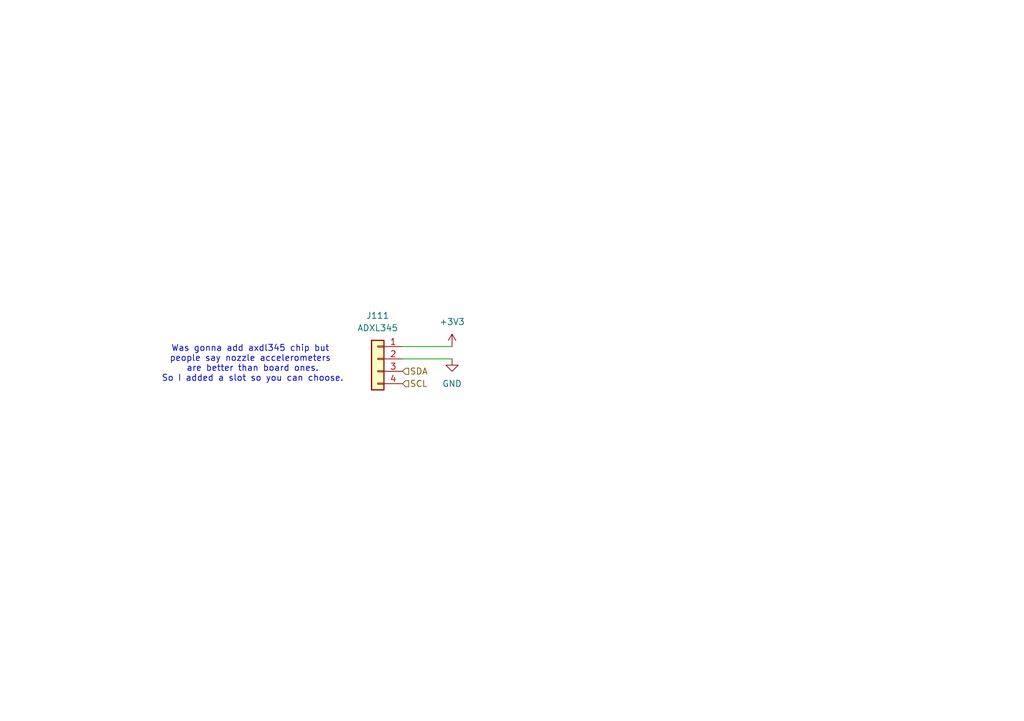
<source format=kicad_sch>
(kicad_sch (version 20250114) (generator "eeschema") (generator_version "9.0")
  (paper "A5")
  (lib_symbols
    (symbol "Connector_Generic:Conn_01x04" (pin_names (offset 1.016) (hide yes))
      (property "Reference" "J" (at 0 5.08 0))
      (property "Value" "Conn_01x04" (at 0 -7.62 0))
      (symbol "Conn_01x04_1_1"
        (rectangle (start -1.27 3.81) (end 1.27 -6.35) (stroke (width 0.254)) (fill (type background)))
        (rectangle (start -1.27 2.667) (end 0 2.413) (stroke (width 0.1524)))
        (rectangle (start -1.27 0.127) (end 0 -0.127) (stroke (width 0.1524)))
        (rectangle (start -1.27 -2.413) (end 0 -2.667) (stroke (width 0.1524)))
        (rectangle (start -1.27 -4.953) (end 0 -5.207) (stroke (width 0.1524)))
        (pin passive line (at -5.08 2.54 0) (length 3.81) (name "Pin_1") (number "1"))
        (pin passive line (at -5.08 0 0) (length 3.81) (name "Pin_2") (number "2"))
        (pin passive line (at -5.08 -2.54 0) (length 3.81) (name "Pin_3") (number "3"))
        (pin passive line (at -5.08 -5.08 0) (length 3.81) (name "Pin_4") (number "4"))
      )
    )
    (symbol "power:+3V3" (power) (pin_numbers (hide yes)) (pin_names (offset 0) (hide yes))
      (property "Value" "+3V3" (at 0 3.556 0))
      (symbol "+3V3_0_1"
        (polyline (pts (xy -0.762 1.27) (xy 0 2.54)))
        (polyline (pts (xy 0 2.54) (xy 0.762 1.27)))
        (polyline (pts (xy 0 0) (xy 0 2.54)))
      )
      (symbol "+3V3_1_1"
        (pin power_in line (at 0 0 90) (length 0) (name "~") (number "1"))
      )
    )
    (symbol "power:GND" (power) (pin_numbers (hide yes)) (pin_names (offset 0) (hide yes))
      (property "Value" "GND" (at 0 -3.81 0))
      (symbol "GND_0_1"
        (polyline (pts (xy 0 0) (xy 0 -1.27) (xy 1.27 -1.27) (xy 0 -2.54) (xy -1.27 -1.27) (xy 0 -1.27)))
      )
      (symbol "GND_1_1"
        (pin power_in line (at 0 0 270) (length 0) (name "~") (number "1"))
      )
    )
  )
  (text "Was gonna add axdl345 chip but \npeople say nozzle accelerometers \nare better than board ones.\nSo I added a slot so you can choose." (at 51.816 74.676 0) (effects (font (size 1.27 1.27))))
  (wire (pts (xy 82.55 73.66) (xy 92.71 73.66)))
  (wire (pts (xy 92.71 71.12) (xy 82.55 71.12)))
  (hierarchical_label "SDA" (shape input) (at 82.55 76.2 0))
  (hierarchical_label "SCL" (shape input) (at 82.55 78.74 0))
  (symbol (lib_id "power:GND") (at 92.71 73.66 0) (unit 1)
    (property "Reference" "#PWR0170" (effects (hide yes)))
    (property "Value" "GND" (at 92.71 78.74 0))
    (property "Description" "Power symbol creates a global label with name \"GND\" , ground" (effects (hide yes)))
  )
  (symbol (lib_id "power:+3V3") (at 92.71 71.12 0) (unit 1)
    (property "Reference" "#PWR0169" (effects (hide yes)))
    (property "Value" "+3V3" (at 92.71 66.04 0))
    (property "Description" "Power symbol creates a global label with name \"+3V3\"" (effects (hide yes)))
  )
  (symbol (lib_id "Connector_Generic:Conn_01x04") (at 77.47 73.66 0) (mirror y) (unit 1)
    (property "Reference" "J111" (at 77.47 64.77 0))
    (property "Value" "ADXL345" (at 77.47 67.31 0))
    (property "Footprint" "Connector_JST:JST_PH_B4B-PH-K_1x04_P2.00mm_Vertical" (effects (hide yes)))
    (property "Description" "Generic connector, single row, 01x04, script generated (kicad-library-utils/schlib/autogen/connector/)" (effects (hide yes)))
  )
)
</source>
